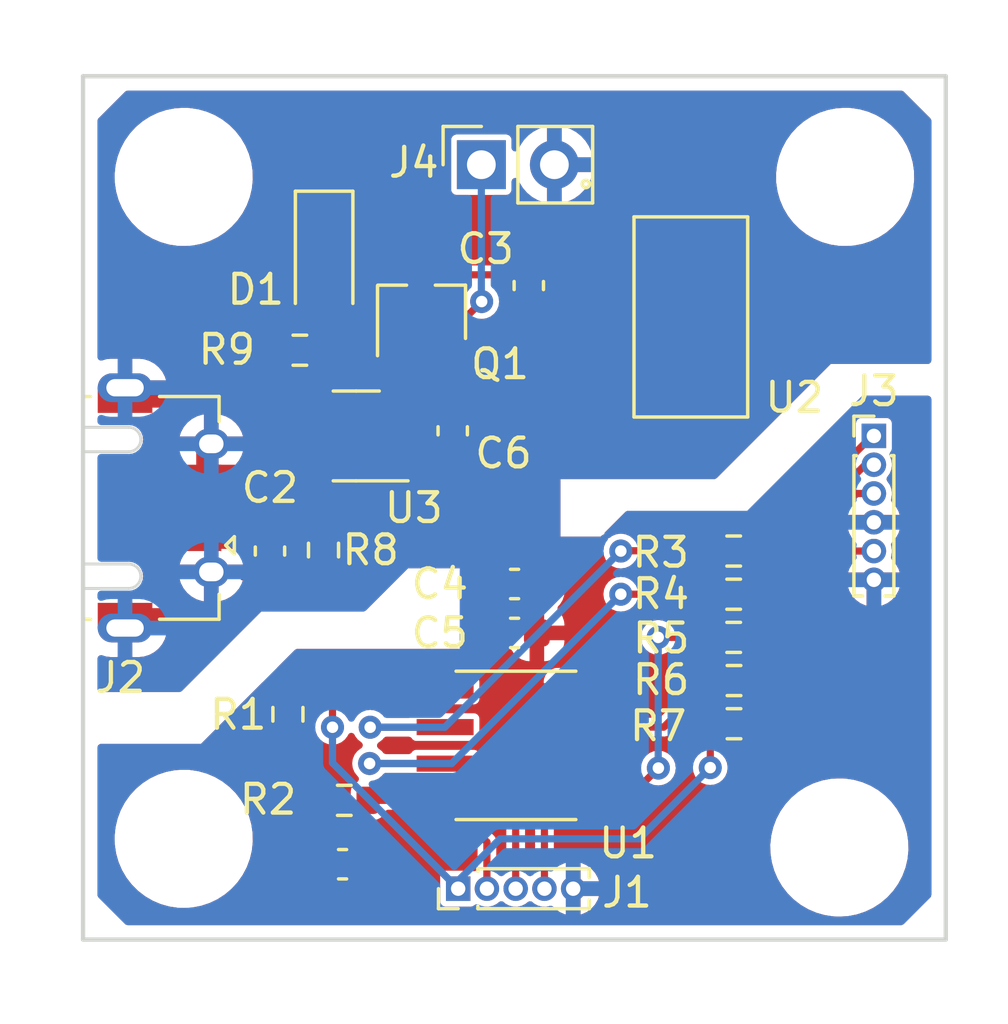
<source format=kicad_pcb>
(kicad_pcb (version 20211014) (generator pcbnew)
  (layers (0 "F.Cu" signal) (31 "B.Cu" signal) (34 "B.Paste" user) (35 "F.Paste" user) (36 "B.SilkS" user "B.Silkscreen") (37 "F.SilkS" user "F.Silkscreen") (38 "B.Mask" user) (39 "F.Mask" user) (44 "Edge.Cuts" user))
  (net 0 "")
  (net 1 "MCLR")
  (net 2 "GND")
  (net 3 "Net-(C1-Pad1)")
  (net 4 "Vcc")
  (net 5 "PGC")
  (net 6 "PGD")
  (net 7 "Net-(C2-Pad1)")
  (net 8 "PWM_3_BLUE")
  (net 9 "Net-(J3-Pad1)")
  (net 10 "PWM_2_GREEN")
  (net 11 "Net-(J3-Pad2)")
  (net 12 "PWM_1_RED")
  (net 13 "Net-(J3-Pad3)")
  (net 14 "Net-(J3-Pad5)")
  (net 15 "Net-(C3-Pad1)")
  (net 16 "Net-(C6-Pad1)")
  (net 17 "Net-(J2-Pad2)")
  (net 18 "Net-(R8-Pad1)")
  (footprint "PIC12LF1571T-I_SN:PIC12LF1571T-I&slash_SN" (layer "F.Cu") (at 140.054 101.7525)
    (fp_text reference "U1" (at 3.9 3.4) (layer "F.SilkS"))
    (fp_text value "PIC12LF1571T-I_SN")
    (fp_line (start -2.0828 2.5781) (end 2.0828 2.5781) (layer "F.SilkS") (width 0.12))
    (fp_line (start 2.0828 -2.5781) (end -2.0828 -2.5781) (layer "F.SilkS") (width 0.12))
    (pad "1" smd rect locked (at -2.4638 -1.905) (size 1.9812 0.5588) (layers "F.Cu" "F.Paste" "F.Mask") (net 4 "Vcc"))
    (pad "2" smd rect locked (at -2.4638 -0.635) (size 1.9812 0.5588) (layers "F.Cu" "F.Paste" "F.Mask") (net 12 "PWM_1_RED"))
    (pad "3" smd rect locked (at -2.4638 0.635) (size 1.9812 0.5588) (layers "F.Cu" "F.Paste" "F.Mask") (net 10 "PWM_2_GREEN"))
    (pad "4" smd rect locked (at -2.4638 1.905) (size 1.9812 0.5588) (layers "F.Cu" "F.Paste" "F.Mask") (net 1 "MCLR"))
    (pad "5" smd rect locked (at 2.4638 1.905) (size 1.9812 0.5588) (layers "F.Cu" "F.Paste" "F.Mask") (net 8 "PWM_3_BLUE"))
    (pad "6" smd rect locked (at 2.4638 0.635) (size 1.9812 0.5588) (layers "F.Cu" "F.Paste" "F.Mask") (net 5 "PGC"))
    (pad "7" smd rect locked (at 2.4638 -0.635) (size 1.9812 0.5588) (layers "F.Cu" "F.Paste" "F.Mask") (net 6 "PGD"))
    (pad "8" smd rect locked (at 2.4638 -1.905) (size 1.9812 0.5588) (layers "F.Cu" "F.Paste" "F.Mask") (net 2 "GND"))
  )
  (footprint "MCP1754ST-3302E_DB:MCP1754ST-3302E&slash_DB" (layer "F.Cu") (at 146.135 86.865001 -90)
    (fp_text reference "U2" (at 2.8 -3.6) (layer "F.SilkS"))
    (fp_text value "MCP1754ST-3302E_DB")
    (fp_poly (pts (xy 1.5748 -4.0056) (xy -1.5748 -4.0056) (xy -1.5748 -2.5324) (xy 1.5748 -2.5324)) (layer "F.Cu") (width 0.1) (fill solid))
    (fp_line (start -3.477001 1.977) (end 3.477001 1.977) (layer "F.SilkS") (width 0.12))
    (fp_line (start -3.477001 -1.977) (end -3.477001 1.977) (layer "F.SilkS") (width 0.12))
    (fp_line (start 3.477001 1.977) (end 3.477001 -1.977) (layer "F.SilkS") (width 0.12))
    (fp_line (start 3.477001 -1.977) (end -3.477001 -1.977) (layer "F.SilkS") (width 0.12))
    (fp_circle (center -4.62 3.65) (end -4.493 3.65) (layer "F.SilkS") (width 0.12) (fill none))
    (pad "1" smd rect locked (at -2.3 3.269 270) (size 0.889 1.4732) (layers "F.Cu" "F.Paste" "F.Mask") (net 15 "Net-(C3-Pad1)"))
    (pad "2" smd rect locked (at 0 3.269 270) (size 0.889 1.4732) (layers "F.Cu" "F.Paste" "F.Mask") (net 2 "GND"))
    (pad "3" smd rect locked (at 2.3 3.269 270) (size 0.889 1.4732) (layers "F.Cu" "F.Paste" "F.Mask") (net 4 "Vcc"))
  )
  (footprint "Capacitor_SMD:C_0603_1608Metric" (layer "F.Cu") (at 134.024 105.8825)
    (fp_text reference "C1")
    (fp_text value "0.1uF")
    (fp_line (start -0.14058 0.51) (end 0.14058 0.51) (layer "F.SilkS") (width 0.12))
    (fp_line (start -0.14058 -0.51) (end 0.14058 -0.51) (layer "F.SilkS") (width 0.12))
    (pad "1" smd roundrect locked (at -0.775 0) (size 0.9 0.95) (layers "F.Cu" "F.Paste" "F.Mask") (net 3 "Net-(C1-Pad1)"))
    (pad "2" smd roundrect locked (at 0.775 0) (size 0.9 0.95) (layers "F.Cu" "F.Paste" "F.Mask") (net 2 "GND"))
  )
  (footprint "MountingHole:MountingHole_4.3mm_M4" (layer "F.Cu") (at 128.5 105)
    (fp_text reference "H1")
    (fp_text value "MountingHole")
    (pad "" np_thru_hole circle locked (at 0 0) (size 4.3 4.3) (drill 4.3) (layers *.Cu *.Mask))
  )
  (footprint "MountingHole:MountingHole_4.3mm_M4" (layer "F.Cu") (at 128.5 82)
    (fp_text reference "H2")
    (fp_text value "MountingHole")
    (pad "" np_thru_hole circle locked (at 0 0) (size 4.3 4.3) (drill 4.3) (layers *.Cu *.Mask))
  )
  (footprint "MountingHole:MountingHole_4.3mm_M4" (layer "F.Cu") (at 151.3 105.3)
    (fp_text reference "H3")
    (fp_text value "MountingHole")
    (pad "" np_thru_hole circle locked (at 0 0) (size 4.3 4.3) (drill 4.3) (layers *.Cu *.Mask))
  )
  (footprint "MountingHole:MountingHole_4.3mm_M4" (layer "F.Cu") (at 151.5 82)
    (fp_text reference "H4")
    (fp_text value "MountingHole")
    (pad "" np_thru_hole circle locked (at 0 0) (size 4.3 4.3) (drill 4.3) (layers *.Cu *.Mask))
  )
  (footprint "Resistor_SMD:R_0603_1608Metric" (layer "F.Cu") (at 132.124 100.6725 -90)
    (fp_text reference "R1" (at 0.01 1.73 180) (layer "F.SilkS"))
    (fp_text value "4.7k")
    (fp_line (start -0.237258 -0.5225) (end 0.237258 -0.5225) (layer "F.SilkS") (width 0.12))
    (fp_line (start -0.237258 0.5225) (end 0.237258 0.5225) (layer "F.SilkS") (width 0.12))
    (pad "1" smd roundrect locked (at -0.825 0 270) (size 0.8 0.95) (layers "F.Cu" "F.Paste" "F.Mask") (net 4 "Vcc"))
    (pad "2" smd roundrect locked (at 0.825 0 270) (size 0.8 0.95) (layers "F.Cu" "F.Paste" "F.Mask") (net 3 "Net-(C1-Pad1)"))
  )
  (footprint "Resistor_SMD:R_0603_1608Metric" (layer "F.Cu") (at 134.084 103.6625)
    (fp_text reference "R2" (at -2.65 -0.03) (layer "F.SilkS"))
    (fp_text value "100")
    (fp_line (start -0.237258 0.5225) (end 0.237258 0.5225) (layer "F.SilkS") (width 0.12))
    (fp_line (start -0.237258 -0.5225) (end 0.237258 -0.5225) (layer "F.SilkS") (width 0.12))
    (pad "1" smd roundrect locked (at -0.825 0) (size 0.8 0.95) (layers "F.Cu" "F.Paste" "F.Mask") (net 3 "Net-(C1-Pad1)"))
    (pad "2" smd roundrect locked (at 0.825 0) (size 0.8 0.95) (layers "F.Cu" "F.Paste" "F.Mask") (net 1 "MCLR"))
  )
  (footprint "Connector_PinHeader_1.00mm:PinHeader_1x05_P1.00mm_Vertical" (layer "F.Cu") (at 138.044 106.7325 90)
    (fp_text reference "J1" (at -0.13 5.87 180) (layer "F.SilkS"))
    (fp_text value "Conn_01x05")
    (fp_line (start -0.695 0) (end -0.695 -0.685) (layer "F.SilkS") (width 0.12))
    (fp_line (start -0.695 -0.685) (end 0 -0.685) (layer "F.SilkS") (width 0.12))
    (fp_line (start -0.695 0.685) (end -0.608276 0.685) (layer "F.SilkS") (width 0.12))
    (fp_line (start -0.695 0.685) (end -0.695 4.56) (layer "F.SilkS") (width 0.12))
    (fp_line (start -0.695 4.56) (end -0.394493 4.56) (layer "F.SilkS") (width 0.12))
    (fp_line (start 0.608276 0.685) (end 0.695 0.685) (layer "F.SilkS") (width 0.12))
    (fp_line (start 0.394493 4.56) (end 0.695 4.56) (layer "F.SilkS") (width 0.12))
    (fp_line (start 0.695 0.685) (end 0.695 4.56) (layer "F.SilkS") (width 0.12))
    (pad "1" thru_hole rect locked (at 0 0 90) (size 0.85 0.85) (drill 0.5) (layers *.Cu *.Mask) (net 4 "Vcc"))
    (pad "2" thru_hole oval locked (at 0 1 90) (size 0.85 0.85) (drill 0.5) (layers *.Cu *.Mask) (net 1 "MCLR"))
    (pad "3" thru_hole oval locked (at 0 2 90) (size 0.85 0.85) (drill 0.5) (layers *.Cu *.Mask) (net 6 "PGD"))
    (pad "4" thru_hole oval locked (at 0 3 90) (size 0.85 0.85) (drill 0.5) (layers *.Cu *.Mask) (net 5 "PGC"))
    (pad "5" thru_hole oval locked (at 0 4 90) (size 0.85 0.85) (drill 0.5) (layers *.Cu *.Mask) (net 2 "GND"))
  )
  (footprint "Capacitor_SMD:C_0603_1608Metric" (layer "F.Cu") (at 140.5 85.775 -90)
    (fp_text reference "C3" (at -1.275 1.5 180) (layer "F.SilkS"))
    (fp_text value "0.1uF 10v")
    (fp_line (start -0.14058 0.51) (end 0.14058 0.51) (layer "F.SilkS") (width 0.12))
    (fp_line (start -0.14058 -0.51) (end 0.14058 -0.51) (layer "F.SilkS") (width 0.12))
    (pad "1" smd roundrect locked (at -0.775 0 270) (size 0.9 0.95) (layers "F.Cu" "F.Paste" "F.Mask") (net 15 "Net-(C3-Pad1)"))
    (pad "2" smd roundrect locked (at 0.775 0 270) (size 0.9 0.95) (layers "F.Cu" "F.Paste" "F.Mask") (net 2 "GND"))
  )
  (footprint "Capacitor_SMD:C_0603_1608Metric" (layer "F.Cu") (at 140.005264 96.14495)
    (fp_text reference "C4" (at -2.6 0 180) (layer "F.SilkS"))
    (fp_text value "100uF 10v")
    (fp_line (start -0.14058 0.51) (end 0.14058 0.51) (layer "F.SilkS") (width 0.12))
    (fp_line (start -0.14058 -0.51) (end 0.14058 -0.51) (layer "F.SilkS") (width 0.12))
    (pad "1" smd roundrect locked (at -0.775 0) (size 0.9 0.95) (layers "F.Cu" "F.Paste" "F.Mask") (net 4 "Vcc"))
    (pad "2" smd roundrect locked (at 0.775 0) (size 0.9 0.95) (layers "F.Cu" "F.Paste" "F.Mask") (net 2 "GND"))
  )
  (footprint "Capacitor_SMD:C_0603_1608Metric" (layer "F.Cu") (at 140.005264 97.84495)
    (fp_text reference "C5" (at -2.6 0 180) (layer "F.SilkS"))
    (fp_text value "1uF 10v")
    (fp_line (start -0.14058 -0.51) (end 0.14058 -0.51) (layer "F.SilkS") (width 0.12))
    (fp_line (start -0.14058 0.51) (end 0.14058 0.51) (layer "F.SilkS") (width 0.12))
    (pad "1" smd roundrect locked (at -0.775 0) (size 0.9 0.95) (layers "F.Cu" "F.Paste" "F.Mask") (net 4 "Vcc"))
    (pad "2" smd roundrect locked (at 0.775 0) (size 0.9 0.95) (layers "F.Cu" "F.Paste" "F.Mask") (net 2 "GND"))
  )
  (footprint "Resistor_SMD:R_0603_1608Metric" (layer "F.Cu") (at 147.625 95 180)
    (fp_text reference "R3" (at 2.54 -0.05 180) (layer "F.SilkS"))
    (fp_text value "56")
    (fp_line (start -0.237258 -0.5225) (end 0.237258 -0.5225) (layer "F.SilkS") (width 0.12))
    (fp_line (start -0.237258 0.5225) (end 0.237258 0.5225) (layer "F.SilkS") (width 0.12))
    (pad "1" smd roundrect locked (at -0.825 0 180) (size 0.8 0.95) (layers "F.Cu" "F.Paste" "F.Mask") (net 9 "Net-(J3-Pad1)"))
    (pad "2" smd roundrect locked (at 0.825 0 180) (size 0.8 0.95) (layers "F.Cu" "F.Paste" "F.Mask") (net 12 "PWM_1_RED"))
  )
  (footprint "Resistor_SMD:R_0603_1608Metric" (layer "F.Cu") (at 147.625 96.5 180)
    (fp_text reference "R4" (at 2.53 0.01) (layer "F.SilkS"))
    (fp_text value "24")
    (fp_line (start -0.237258 0.5225) (end 0.237258 0.5225) (layer "F.SilkS") (width 0.12))
    (fp_line (start -0.237258 -0.5225) (end 0.237258 -0.5225) (layer "F.SilkS") (width 0.12))
    (pad "1" smd roundrect locked (at -0.825 0 180) (size 0.8 0.95) (layers "F.Cu" "F.Paste" "F.Mask") (net 11 "Net-(J3-Pad2)"))
    (pad "2" smd roundrect locked (at 0.825 0 180) (size 0.8 0.95) (layers "F.Cu" "F.Paste" "F.Mask") (net 10 "PWM_2_GREEN"))
  )
  (footprint "Resistor_SMD:R_0603_1608Metric" (layer "F.Cu") (at 147.625 98 180)
    (fp_text reference "R5" (at 2.52 -0.03) (layer "F.SilkS"))
    (fp_text value "24")
    (fp_line (start -0.237258 -0.5225) (end 0.237258 -0.5225) (layer "F.SilkS") (width 0.12))
    (fp_line (start -0.237258 0.5225) (end 0.237258 0.5225) (layer "F.SilkS") (width 0.12))
    (pad "1" smd roundrect locked (at -0.825 0 180) (size 0.8 0.95) (layers "F.Cu" "F.Paste" "F.Mask") (net 13 "Net-(J3-Pad3)"))
    (pad "2" smd roundrect locked (at 0.825 0 180) (size 0.8 0.95) (layers "F.Cu" "F.Paste" "F.Mask") (net 8 "PWM_3_BLUE"))
  )
  (footprint "Connector_PinHeader_1.00mm:PinHeader_1x06_P1.00mm_Vertical" (layer "F.Cu") (at 152.5 91)
    (fp_text reference "J3" (at 0 -1.56) (layer "F.SilkS"))
    (fp_text value "Conn_01x06")
    (fp_line (start -0.695 0.685) (end -0.695 5.56) (layer "F.SilkS") (width 0.12))
    (fp_line (start -0.695 0) (end -0.695 -0.685) (layer "F.SilkS") (width 0.12))
    (fp_line (start -0.695 0.685) (end -0.608276 0.685) (layer "F.SilkS") (width 0.12))
    (fp_line (start -0.695 -0.685) (end 0 -0.685) (layer "F.SilkS") (width 0.12))
    (fp_line (start 0.394493 5.56) (end 0.695 5.56) (layer "F.SilkS") (width 0.12))
    (fp_line (start -0.695 5.56) (end -0.394493 5.56) (layer "F.SilkS") (width 0.12))
    (fp_line (start 0.608276 0.685) (end 0.695 0.685) (layer "F.SilkS") (width 0.12))
    (fp_line (start 0.695 0.685) (end 0.695 5.56) (layer "F.SilkS") (width 0.12))
    (pad "1" thru_hole rect locked (at 0 0) (size 0.85 0.85) (drill 0.5) (layers *.Cu *.Mask) (net 9 "Net-(J3-Pad1)"))
    (pad "2" thru_hole oval locked (at 0 1) (size 0.85 0.85) (drill 0.5) (layers *.Cu *.Mask) (net 11 "Net-(J3-Pad2)"))
    (pad "3" thru_hole oval locked (at 0 2) (size 0.85 0.85) (drill 0.5) (layers *.Cu *.Mask) (net 13 "Net-(J3-Pad3)"))
    (pad "4" thru_hole oval locked (at 0 3) (size 0.85 0.85) (drill 0.5) (layers *.Cu *.Mask) (net 2 "GND"))
    (pad "5" thru_hole oval locked (at 0 4) (size 0.85 0.85) (drill 0.5) (layers *.Cu *.Mask) (net 14 "Net-(J3-Pad5)"))
    (pad "6" thru_hole oval locked (at 0 5) (size 0.85 0.85) (drill 0.5) (layers *.Cu *.Mask) (net 2 "GND"))
  )
  (footprint "Resistor_SMD:R_0603_1608Metric" (layer "F.Cu") (at 147.636342 99.5 180)
    (fp_text reference "R6" (at 2.536342 0.022126) (layer "F.SilkS"))
    (fp_text value "100")
    (fp_line (start -0.237258 -0.5225) (end 0.237258 -0.5225) (layer "F.SilkS") (width 0.12))
    (fp_line (start -0.237258 0.5225) (end 0.237258 0.5225) (layer "F.SilkS") (width 0.12))
    (pad "1" smd roundrect locked (at -0.825 0 180) (size 0.8 0.95) (layers "F.Cu" "F.Paste" "F.Mask") (net 14 "Net-(J3-Pad5)"))
    (pad "2" smd roundrect locked (at 0.825 0 180) (size 0.8 0.95) (layers "F.Cu" "F.Paste" "F.Mask") (net 6 "PGD"))
  )
  (footprint "Resistor_SMD:R_0603_1608Metric" (layer "F.Cu") (at 147.636342 101)
    (fp_text reference "R7" (at -2.635 0.08) (layer "F.SilkS"))
    (fp_text value "4.7k")
    (fp_line (start -0.237258 -0.5225) (end 0.237258 -0.5225) (layer "F.SilkS") (width 0.12))
    (fp_line (start -0.237258 0.5225) (end 0.237258 0.5225) (layer "F.SilkS") (width 0.12))
    (pad "1" smd roundrect locked (at -0.825 0) (size 0.8 0.95) (layers "F.Cu" "F.Paste" "F.Mask") (net 4 "Vcc"))
    (pad "2" smd roundrect locked (at 0.825 0) (size 0.8 0.95) (layers "F.Cu" "F.Paste" "F.Mask") (net 14 "Net-(J3-Pad5)"))
  )
  (footprint "Capacitor_SMD:C_0603_1608Metric" (layer "F.Cu") (at 137.854631 90.822062 -90)
    (fp_text reference "C6" (at 0.779801 -1.765545) (layer "F.SilkS"))
    (fp_text value "4.7uF")
    (fp_line (start -0.14058 0.51) (end 0.14058 0.51) (layer "F.SilkS") (width 0.12))
    (fp_line (start -0.14058 -0.51) (end 0.14058 -0.51) (layer "F.SilkS") (width 0.12))
    (pad "1" smd roundrect (at -0.775 0 270) (size 0.9 0.95) (layers "F.Cu" "F.Paste" "F.Mask") (net 16 "Net-(C6-Pad1)"))
    (pad "2" smd roundrect (at 0.775 0 270) (size 0.9 0.95) (layers "F.Cu" "F.Paste" "F.Mask") (net 2 "GND"))
  )
  (footprint "Resistor_SMD:R_0603_1608Metric" (layer "F.Cu") (at 133.361922 94.965201 -90)
    (fp_text reference "R8" (at 0 -1.638078 180) (layer "F.SilkS"))
    (fp_text value "10k")
    (fp_line (start -0.237258 0.5225) (end 0.237258 0.5225) (layer "F.SilkS") (width 0.12))
    (fp_line (start -0.237258 -0.5225) (end 0.237258 -0.5225) (layer "F.SilkS") (width 0.12))
    (pad "1" smd roundrect (at -0.825 0 270) (size 0.8 0.95) (layers "F.Cu" "F.Paste" "F.Mask") (net 18 "Net-(R8-Pad1)"))
    (pad "2" smd roundrect (at 0.825 0 270) (size 0.8 0.95) (layers "F.Cu" "F.Paste" "F.Mask") (net 2 "GND"))
  )
  (footprint "Connector_USB:USB_Micro-AB_Molex_47590-0001" (layer "F.Cu") (at 126.46 93.5 -90)
    (fp_text reference "J2" (at 5.9 0.16 180) (layer "F.SilkS"))
    (fp_text value "USB_B_Micro")
    (fp_line (start -3.87 1.2) (end -3.87 1.45) (layer "F.SilkS") (width 0.12))
    (fp_line (start -3.87 -3.27) (end -3 -3.27) (layer "F.SilkS") (width 0.12))
    (fp_line (start 3.87 1.2) (end 3.87 1.45) (layer "F.SilkS") (width 0.12))
    (fp_line (start 3 -3.27) (end 3.87 -3.27) (layer "F.SilkS") (width 0.12))
    (fp_line (start 3.87 -3.27) (end 3.87 -1.2) (layer "F.SilkS") (width 0.12))
    (fp_line (start 1.3 -3.5) (end 1.6 -3.8) (layer "F.SilkS") (width 0.12))
    (fp_line (start -3.87 -3.27) (end -3.87 -1.2) (layer "F.SilkS") (width 0.12))
    (fp_line (start 1.3 -3.5) (end 1 -3.8) (layer "F.SilkS") (width 0.12))
    (fp_line (start 1 -3.8) (end 1.6 -3.8) (layer "F.SilkS") (width 0.12))
    (fp_line (start 2.8 -0.125) (end 2.8 1.45) (layer "Edge.Cuts") (width 0.1))
    (fp_line (start -2.8 -0.125) (end -2.8 1.45) (layer "Edge.Cuts") (width 0.1))
    (fp_line (start -1.95 1.45) (end 1.95 1.45) (layer "Edge.Cuts") (width 0.1))
    (fp_line (start 1.95 -0.125) (end 1.95 1.45) (layer "Edge.Cuts") (width 0.1))
    (fp_line (start -3.75 1.45) (end -2.8 1.45) (layer "Edge.Cuts") (width 0.1))
    (fp_line (start 2.8 1.45) (end 3.75 1.45) (layer "Edge.Cuts") (width 0.1))
    (fp_line (start -1.95 -0.125) (end -1.95 1.45) (layer "Edge.Cuts") (width 0.1))
    (fp_arc (start 1.95 -0.125) (mid 2.375 -0.55) (end 2.8 -0.125) (layer "Edge.Cuts") (width 0.1))
    (fp_arc (start -2.8 -0.125) (mid -2.375 -0.55) (end -1.95 -0.125) (layer "Edge.Cuts") (width 0.1))
    (pad "1" smd rect (at 1.3 -2.675 270) (size 0.4 1.35) (layers "F.Cu" "F.Paste" "F.Mask") (net 7 "Net-(C2-Pad1)"))
    (pad "2" smd rect (at 0.65 -2.675 270) (size 0.4 1.35) (layers "F.Cu" "F.Paste" "F.Mask") (net 17 "Net-(J2-Pad2)"))
    (pad "3" smd rect (at 0 -2.675 270) (size 0.4 1.35) (layers "F.Cu" "F.Paste" "F.Mask") (net 17 "Net-(J2-Pad2)"))
    (pad "4" smd rect (at -0.65 -2.675 270) (size 0.4 1.35) (layers "F.Cu" "F.Paste" "F.Mask") (net 2 "GND"))
    (pad "5" smd rect (at -1.3 -2.675 270) (size 0.4 1.35) (layers "F.Cu" "F.Paste" "F.Mask") (net 2 "GND"))
    (pad "6" thru_hole oval (at 2.225 -3 270) (size 1.05 1.25) (drill oval 0.65 0.85) (layers *.Cu *.Mask) (net 2 "GND"))
    (pad "6" thru_hole oval (at -4.175 0 270) (size 1 1.9) (drill oval 0.6 1.3) (layers *.Cu *.Mask) (net 2 "GND"))
    (pad "6" smd rect (at 3.7375 0 270) (size 0.875 1.9) (layers "F.Cu" "F.Mask") (net 2 "GND"))
    (pad "6" smd rect (at -3.7375 0 270) (size 0.875 1.9) (layers "F.Cu" "F.Mask") (net 2 "GND"))
    (pad "6" smd rect (at 0 0 270) (size 2.9 1.9) (layers "F.Cu" "F.Paste" "F.Mask") (net 2 "GND"))
    (pad "6" thru_hole oval (at 4.175 0 270) (size 1 1.9) (drill oval 0.6 1.3) (layers *.Cu *.Mask) (net 2 "GND"))
    (pad "6" thru_hole oval (at -2.225 -3 270) (size 1.05 1.25) (drill oval 0.65 0.85) (layers *.Cu *.Mask) (net 2 "GND"))
  )
  (footprint "Resistor_SMD:R_0603_1608Metric" (layer "F.Cu") (at 132.539708 88.021012 180)
    (fp_text reference "R9" (at 2.539708 0.021012) (layer "F.SilkS"))
    (fp_text value "10k")
    (fp_line (start -0.237258 -0.5225) (end 0.237258 -0.5225) (layer "F.SilkS") (width 0.12))
    (fp_line (start -0.237258 0.5225) (end 0.237258 0.5225) (layer "F.SilkS") (width 0.12))
    (pad "1" smd roundrect (at -0.825 0 180) (size 0.8 0.95) (layers "F.Cu" "F.Paste" "F.Mask") (net 7 "Net-(C2-Pad1)"))
    (pad "2" smd roundrect (at 0.825 0 180) (size 0.8 0.95) (layers "F.Cu" "F.Paste" "F.Mask") (net 2 "GND"))
  )
  (footprint "Diode_SMD:D_SOD-123" (layer "F.Cu") (at 133.382772 84.745147 -90)
    (fp_text reference "D1" (at 1.16724 2.377733) (layer "F.SilkS"))
    (fp_text value "40V 500mA")
    (fp_line (start -2.25 -1) (end -2.25 1) (layer "F.SilkS") (width 0.12))
    (fp_line (start -2.25 1) (end 1.65 1) (layer "F.SilkS") (width 0.12))
    (fp_line (start -2.25 -1) (end 1.65 -1) (layer "F.SilkS") (width 0.12))
    (pad "1" smd rect (at -1.65 0 270) (size 0.9 1.2) (layers "F.Cu" "F.Paste" "F.Mask") (net 15 "Net-(C3-Pad1)"))
    (pad "2" smd rect (at 1.65 0 270) (size 0.9 1.2) (layers "F.Cu" "F.Paste" "F.Mask") (net 7 "Net-(C2-Pad1)"))
  )
  (footprint "Package_TO_SOT_SMD:TSOT-23" (layer "F.Cu") (at 136.74957 86.711353 90)
    (fp_text reference "Q1" (at -1.788647 2.75043) (layer "F.SilkS"))
    (fp_text value "60V 170mA ")
    (fp_line (start 0.93 -1.51) (end -1.5 -1.51) (layer "F.SilkS") (width 0.12))
    (fp_line (start 0.95 0.5) (end 0.95 1.55) (layer "F.SilkS") (width 0.12))
    (fp_line (start 0.95 -1.5) (end 0.95 -0.5) (layer "F.SilkS") (width 0.12))
    (fp_line (start 0.95 1.55) (end -0.9 1.55) (layer "F.SilkS") (width 0.12))
    (pad "1" smd rect (at -1.31 -0.95 90) (size 1.22 0.65) (layers "F.Cu" "F.Paste" "F.Mask") (net 7 "Net-(C2-Pad1)"))
    (pad "2" smd rect (at -1.31 0.95 90) (size 1.22 0.65) (layers "F.Cu" "F.Paste" "F.Mask") (net 16 "Net-(C6-Pad1)"))
    (pad "3" smd rect (at 1.31 0 90) (size 1.22 0.65) (layers "F.Cu" "F.Paste" "F.Mask") (net 15 "Net-(C3-Pad1)"))
  )
  (footprint "Connector_PinSocket_2.54mm:PinSocket_1x02_P2.54mm_Vertical" (layer "F.Cu") (at 138.85 81.575 90)
    (fp_text reference "J4" (at 0.075 -2.35 180) (layer "F.SilkS"))
    (fp_text value "Battery")
    (fp_line (start 1.33 -1.33) (end 1.33 0) (layer "F.SilkS") (width 0.12))
    (fp_line (start 0 -1.33) (end 1.33 -1.33) (layer "F.SilkS") (width 0.12))
    (fp_line (start -1.33 1.27) (end 1.33 1.27) (layer "F.SilkS") (width 0.12))
    (fp_line (start 1.33 1.27) (end 1.33 3.87) (layer "F.SilkS") (width 0.12))
    (fp_line (start -1.33 1.27) (end -1.33 3.87) (layer "F.SilkS") (width 0.12))
    (fp_line (start -1.33 3.87) (end 1.33 3.87) (layer "F.SilkS") (width 0.12))
    (pad "1" thru_hole rect (at 0 0 90) (size 1.7 1.7) (drill 1) (layers *.Cu *.Mask) (net 16 "Net-(C6-Pad1)"))
    (pad "2" thru_hole oval (at 0 2.54 90) (size 1.7 1.7) (drill 1) (layers *.Cu *.Mask) (net 2 "GND"))
  )
  (footprint "Package_TO_SOT_SMD:SOT-23-5" (layer "F.Cu") (at 134.5 91 180)
    (fp_text reference "U3" (at -2 -2.5) (layer "F.SilkS"))
    (fp_text value "MCP73831-2-OT")
    (fp_line (start 0 -1.56) (end -1.8 -1.56) (layer "F.SilkS") (width 0.12))
    (fp_line (start 0 1.56) (end 0.8 1.56) (layer "F.SilkS") (width 0.12))
    (fp_line (start 0 -1.56) (end 0.8 -1.56) (layer "F.SilkS") (width 0.12))
    (fp_line (start 0 1.56) (end -0.8 1.56) (layer "F.SilkS") (width 0.12))
    (pad "1" smd roundrect (at -1.1375 -0.95 180) (size 1.325 0.6) (layers "F.Cu" "F.Paste" "F.Mask"))
    (pad "2" smd roundrect (at -1.1375 0 180) (size 1.325 0.6) (layers "F.Cu" "F.Paste" "F.Mask") (net 2 "GND"))
    (pad "3" smd roundrect (at -1.1375 0.95 180) (size 1.325 0.6) (layers "F.Cu" "F.Paste" "F.Mask") (net 16 "Net-(C6-Pad1)"))
    (pad "4" smd roundrect (at 1.1375 0.95 180) (size 1.325 0.6) (layers "F.Cu" "F.Paste" "F.Mask") (net 7 "Net-(C2-Pad1)"))
    (pad "5" smd roundrect (at 1.1375 -0.95 180) (size 1.325 0.6) (layers "F.Cu" "F.Paste" "F.Mask") (net 18 "Net-(R8-Pad1)"))
  )
  (footprint "Capacitor_SMD:C_0603_1608Metric" (layer "F.Cu") (at 131.5 95 -90)
    (fp_text reference "C2" (at -2.2 0) (layer "F.SilkS"))
    (fp_text value "4.7uF")
    (fp_line (start -0.14058 -0.51) (end 0.14058 -0.51) (layer "F.SilkS") (width 0.12))
    (fp_line (start -0.14058 0.51) (end 0.14058 0.51) (layer "F.SilkS") (width 0.12))
    (pad "1" smd roundrect (at -0.775 0 270) (size 0.9 0.95) (layers "F.Cu" "F.Paste" "F.Mask") (net 7 "Net-(C2-Pad1)"))
    (pad "2" smd roundrect (at 0.775 0 270) (size 0.9 0.95) (layers "F.Cu" "F.Paste" "F.Mask") (net 2 "GND"))
  )
  (gr_line (start 125 78.5) (end 125 108.5) (layer "Edge.Cuts") (width 0.15))
  (gr_line (start 155 78.5) (end 125 78.5) (layer "Edge.Cuts") (width 0.15))
  (gr_line (start 155 108.5) (end 155 78.5) (layer "Edge.Cuts") (width 0.15))
  (gr_line (start 125 108.5) (end 155 108.5) (layer "Edge.Cuts") (width 0.15))
  (segment (start 137.5902 103.6575) (end 139.044 105.1113) (width 0.25) (layer "F.Cu") (net 1))
  (segment (start 134.909 103.6625) (end 137.5852 103.6625) (width 0.25) (layer "F.Cu") (net 1))
  (segment (start 139.044 105.1113) (end 139.044 106.7325) (width 0.25) (layer "F.Cu") (net 1))
  (segment (start 133.259 103.6625) (end 133.259 105.8725) (width 0.25) (layer "F.Cu") (net 3))
  (segment (start 132.124 102.5275) (end 133.259 103.6625) (width 0.25) (layer "F.Cu") (net 3))
  (segment (start 132.124 101.4975) (end 132.124 102.5275) (width 0.25) (layer "F.Cu") (net 3))
  (segment (start 133.259 105.8725) (end 133.249 105.8825) (width 0.25) (layer "F.Cu") (net 3))
  (segment (start 133.674 101.1225) (end 133.674 99.8525) (width 0.25) (layer "F.Cu") (net 4))
  (segment (start 137.5902 99.8475) (end 139.230264 98.207436) (width 0.25) (layer "F.Cu") (net 4))
  (segment (start 139.230264 92.800737) (end 142.866 89.165001) (width 0.25) (layer "F.Cu") (net 4))
  (segment (start 146.811342 102.523991) (end 146.809605 102.525728) (width 0.25) (layer "F.Cu") (net 4))
  (segment (start 146.811342 101) (end 146.811342 102.523991) (width 0.25) (layer "F.Cu") (net 4))
  (segment (start 146.806716 101.1175) (end 146.811342 101.122126) (width 0.25) (layer "F.Cu") (net 4))
  (segment (start 132.124 99.8475) (end 133.669 99.8475) (width 0.25) (layer "F.Cu") (net 4))
  (segment (start 139.230264 96.14495) (end 139.230264 92.800737) (width 0.25) (layer "F.Cu") (net 4))
  (segment (start 133.669 99.8475) (end 137.5902 99.8475) (width 0.25) (layer "F.Cu") (net 4))
  (segment (start 139.230264 97.84495) (end 139.230264 96.14495) (width 0.25) (layer "F.Cu") (net 4))
  (segment (start 139.230264 98.207436) (end 139.230264 97.84495) (width 0.25) (layer "F.Cu") (net 4))
  (segment (start 133.674 99.8525) (end 133.669 99.8475) (width 0.25) (layer "F.Cu") (net 4))
  (via (at 133.674 101.1225) (size 0.8) (drill 0.4) (layers "F.Cu" "B.Cu") (net 4))
  (via (at 146.809605 102.525728) (size 0.8) (drill 0.4) (layers "F.Cu" "B.Cu") (net 4))
  (segment (start 144.335333 105) (end 139.5 105) (width 0.25) (layer "B.Cu") (net 4))
  (segment (start 139.5 105) (end 138.044 106.456) (width 0.25) (layer "B.Cu") (net 4))
  (segment (start 138.044 106.7325) (end 133.674 102.3625) (width 0.25) (layer "B.Cu") (net 4))
  (segment (start 146.809605 102.525728) (end 144.335333 105) (width 0.25) (layer "B.Cu") (net 4))
  (segment (start 133.674 102.3625) (end 133.674 101.1225) (width 0.25) (layer "B.Cu") (net 4))
  (segment (start 138.044 106.456) (end 138.044 106.7325) (width 0.25) (layer "B.Cu") (net 4))
  (segment (start 141.932798 102.3875) (end 142.5178 102.3875) (width 0.25) (layer "F.Cu") (net 5))
  (segment (start 141.044 103.276298) (end 141.932798 102.3875) (width 0.25) (layer "F.Cu") (net 5))
  (segment (start 141.044 106.7325) (end 141.044 103.276298) (width 0.25) (layer "F.Cu") (net 5))
  (segment (start 145.193842 101.1175) (end 146.811342 99.5) (width 0.25) (layer "F.Cu") (net 6))
  (segment (start 141.2772 101.1175) (end 142.5178 101.1175) (width 0.25) (layer "F.Cu") (net 6))
  (segment (start 142.5178 101.1175) (end 145.193842 101.1175) (width 0.25) (layer "F.Cu") (net 6))
  (segment (start 140.044 106.7325) (end 140.044 102.3507) (width 0.25) (layer "F.Cu") (net 6))
  (segment (start 142.5228 101.1125) (end 142.5178 101.1175) (width 0.25) (layer "F.Cu") (net 6))
  (segment (start 140.044 102.3507) (end 141.2772 101.1175) (width 0.25) (layer "F.Cu") (net 6))
  (segment (start 133.3625 88.02322) (end 133.364708 88.021012) (width 0.25) (layer "F.Cu") (net 7))
  (segment (start 133.364708 88.021012) (end 135.799229 88.021012) (width 0.25) (layer "F.Cu") (net 7))
  (segment (start 133.364708 88.021012) (end 133.364708 86.413211) (width 0.25) (layer "F.Cu") (net 7))
  (segment (start 129.135 94.8) (end 130.925 94.8) (width 0.25) (layer "F.Cu") (net 7))
  (segment (start 133.3625 90.05) (end 133.3625 88.02322) (width 0.25) (layer "F.Cu") (net 7))
  (segment (start 130.925 94.8) (end 131.5 94.225) (width 0.25) (layer "F.Cu") (net 7))
  (segment (start 131.5 94.225) (end 131.5 91.9125) (width 0.25) (layer "F.Cu") (net 7))
  (segment (start 133.364708 86.413211) (end 133.382772 86.395147) (width 0.25) (layer "F.Cu") (net 7))
  (segment (start 131.5 91.9125) (end 133.3625 90.05) (width 0.25) (layer "F.Cu") (net 7))
  (segment (start 135.799229 88.021012) (end 135.79957 88.021353) (width 0.25) (layer "F.Cu") (net 7))
  (segment (start 145.006003 102.540308) (end 143.888811 103.6575) (width 0.25) (layer "F.Cu") (net 8))
  (segment (start 143.888811 103.6575) (end 142.5178 103.6575) (width 0.25) (layer "F.Cu") (net 8))
  (segment (start 145 98) (end 146.8 98) (width 0.25) (layer "F.Cu") (net 8))
  (via (at 145.006003 102.540308) (size 0.8) (drill 0.4) (layers "F.Cu" "B.Cu") (net 8))
  (via (at 145 98) (size 0.8) (drill 0.4) (layers "F.Cu" "B.Cu") (net 8))
  (segment (start 145 102.534305) (end 145 98) (width 0.25) (layer "B.Cu") (net 8))
  (segment (start 145.006003 102.540308) (end 145 102.534305) (width 0.25) (layer "B.Cu") (net 8))
  (segment (start 148.45 94.99003) (end 152.44003 91) (width 0.25) (layer "F.Cu") (net 9))
  (segment (start 148.45 95) (end 148.45 94.99003) (width 0.25) (layer "F.Cu") (net 9))
  (segment (start 152.44003 91) (end 152.5 91) (width 0.25) (layer "F.Cu") (net 9))
  (segment (start 137.5852 102.3825) (end 137.5902 102.3875) (width 0.25) (layer "F.Cu") (net 10))
  (segment (start 143.7 96.5) (end 146.8 96.5) (width 0.25) (layer "F.Cu") (net 10))
  (segment (start 134.964 102.3825) (end 137.5852 102.3825) (width 0.25) (layer "F.Cu") (net 10))
  (via (at 143.7 96.5) (size 0.8) (drill 0.4) (layers "F.Cu" "B.Cu") (net 10))
  (via (at 134.964 102.3825) (size 0.8) (drill 0.4) (layers "F.Cu" "B.Cu") (net 10))
  (segment (start 134.964 102.3825) (end 137.8175 102.3825) (width 0.25) (layer "B.Cu") (net 10))
  (segment (start 137.8175 102.3825) (end 143.7 96.5) (width 0.25) (layer "B.Cu") (net 10))
  (segment (start 149.17452 95.02548) (end 152.2 92) (width 0.25) (layer "F.Cu") (net 11))
  (segment (start 148.45 96.5) (end 149.17452 95.77548) (width 0.25) (layer "F.Cu") (net 11))
  (segment (start 152.2 92) (end 152.5 92) (width 0.25) (layer "F.Cu") (net 11))
  (segment (start 149.17452 95.77548) (end 149.17452 95.02548) (width 0.25) (layer "F.Cu") (net 11))
  (segment (start 143.71 94.99) (end 146.79 94.99) (width 0.25) (layer "F.Cu") (net 12))
  (segment (start 134.984 101.1225) (end 137.5852 101.1225) (width 0.25) (layer "F.Cu") (net 12))
  (segment (start 146.79 94.99) (end 146.8 95) (width 0.25) (layer "F.Cu") (net 12))
  (segment (start 143.7 95) (end 143.71 94.99) (width 0.25) (layer "F.Cu") (net 12))
  (segment (start 137.5852 101.1225) (end 137.5902 101.1175) (width 0.25) (layer "F.Cu") (net 12))
  (via (at 143.7 95) (size 0.8) (drill 0.4) (layers "F.Cu" "B.Cu") (net 12))
  (via (at 134.984 101.1225) (size 0.8) (drill 0.4) (layers "F.Cu" "B.Cu") (net 12))
  (segment (start 134.984 101.1225) (end 137.5775 101.1225) (width 0.25) (layer "B.Cu") (net 12))
  (segment (start 137.5775 101.1225) (end 143.7 95) (width 0.25) (layer "B.Cu") (net 12))
  (segment (start 149.7 95.2) (end 151.9 93) (width 0.25) (layer "F.Cu") (net 13))
  (segment (start 149.7 96.75) (end 149.7 95.2) (width 0.25) (layer "F.Cu") (net 13))
  (segment (start 151.9 93) (end 152.5 93) (width 0.25) (layer "F.Cu") (net 13))
  (segment (start 148.45 98) (end 149.7 96.75) (width 0.25) (layer "F.Cu") (net 13))
  (segment (start 151.14952 95) (end 152.5 95) (width 0.25) (layer "F.Cu") (net 14))
  (segment (start 148.461342 101) (end 148.461342 99.5) (width 0.25) (layer "F.Cu") (net 14))
  (segment (start 152.46 95.04) (end 152.5 95) (width 0.25) (layer "F.Cu") (net 14))
  (segment (start 150.14952 96) (end 151.14952 95) (width 0.25) (layer "F.Cu") (net 14))
  (segment (start 150.14952 97.811822) (end 150.14952 96) (width 0.25) (layer "F.Cu") (net 14))
  (segment (start 148.461342 99.5) (end 150.14952 97.811822) (width 0.25) (layer "F.Cu") (net 14))
  (segment (start 136.748613 85.40231) (end 136.74957 85.401353) (width 0.25) (layer "F.Cu") (net 15))
  (segment (start 136.74957 85.401353) (end 140.098647 85.401353) (width 0.25) (layer "F.Cu") (net 15))
  (segment (start 134.443364 83.095147) (end 136.74957 85.401353) (width 0.25) (layer "F.Cu") (net 15))
  (segment (start 133.382772 83.095147) (end 134.443364 83.095147) (width 0.25) (layer "F.Cu") (net 15))
  (segment (start 140.934999 84.565001) (end 142.866 84.565001) (width 0.25) (layer "F.Cu") (net 15))
  (segment (start 140.5 85) (end 140.934999 84.565001) (width 0.25) (layer "F.Cu") (net 15))
  (segment (start 140.098647 85.401353) (end 140.5 85) (width 0.25) (layer "F.Cu") (net 15))
  (segment (start 135.6375 90.05) (end 137.851693 90.05) (width 0.25) (layer "F.Cu") (net 16))
  (segment (start 137.854631 90.047062) (end 137.854631 88.176414) (width 0.25) (layer "F.Cu") (net 16))
  (segment (start 137.854631 88.176414) (end 137.69957 88.021353) (width 0.25) (layer "F.Cu") (net 16))
  (segment (start 137.69957 87.491467) (end 138.861063 86.329974) (width 0.25) (layer "F.Cu") (net 16))
  (segment (start 137.851693 90.05) (end 137.854631 90.047062) (width 0.25) (layer "F.Cu") (net 16))
  (segment (start 137.69957 88.021353) (end 137.69957 87.491467) (width 0.25) (layer "F.Cu") (net 16))
  (via (at 138.861063 86.329974) (size 0.8) (drill 0.4) (layers "F.Cu" "B.Cu") (net 16))
  (segment (start 138.85 86.318911) (end 138.85 81.575) (width 0.25) (layer "B.Cu") (net 16))
  (segment (start 138.861063 86.329974) (end 138.85 86.318911) (width 0.25) (layer "B.Cu") (net 16))
  (segment (start 129.135 93.5) (end 129.135 94.15) (width 0.25) (layer "F.Cu") (net 17))
  (segment (start 133.361922 91.950578) (end 133.3625 91.95) (width 0.25) (layer "F.Cu") (net 18))
  (segment (start 133.361922 94.140201) (end 133.361922 91.950578) (width 0.25) (layer "F.Cu") (net 18))
  (zone (net 0) (net_name "") (layers F&B.Cu) (connect_pads (clearance 0)) (min_thickness 0.254)
    (keepout (tracks not_allowed) (vias not_allowed) (pads not_allowed) (copperpour not_allowed) (footprints allowed))
    (fill (thermal_gap 0.508) (thermal_bridge_width 0.508))
    (polygon (pts (xy 154.9 89.6) (xy 152.1 89.6) (xy 148.1 93.6) (xy 143.9 93.6) (xy 143 94.5) (xy 141.6 94.5) (xy 141.6 92.5) (xy 147 92.5) (xy 151 88.5) (xy 154.9 88.5)))
  )
  (zone (net 2) (net_name "GND") (layers F&B.Cu) (connect_pads (clearance 0)) (min_thickness 0.254) (fill yes (thermal_gap 0.508) (thermal_bridge_width 0.508) (smoothing chamfer) (radius 1))
    (polygon (pts (xy 154.5 108) (xy 125.5 108) (xy 125.5 79) (xy 154.5 79)))
  )
  (zone (net 0) (net_name "") (layers F&B.Cu) (connect_pads (clearance 0)) (min_thickness 0.254)
    (keepout (tracks not_allowed) (vias not_allowed) (pads not_allowed) (copperpour not_allowed) (footprints allowed))
    (fill (thermal_gap 0.508) (thermal_bridge_width 0.508))
    (polygon (pts (xy 138.1 98.4) (xy 132.4 98.4) (xy 129.1 101.7) (xy 125 101.7) (xy 125 99.9) (xy 128.4 99.9) (xy 131.2 97.1) (xy 134.8 97.1) (xy 136.3 95.6) (xy 138.1 95.6)))
  )
)
</source>
